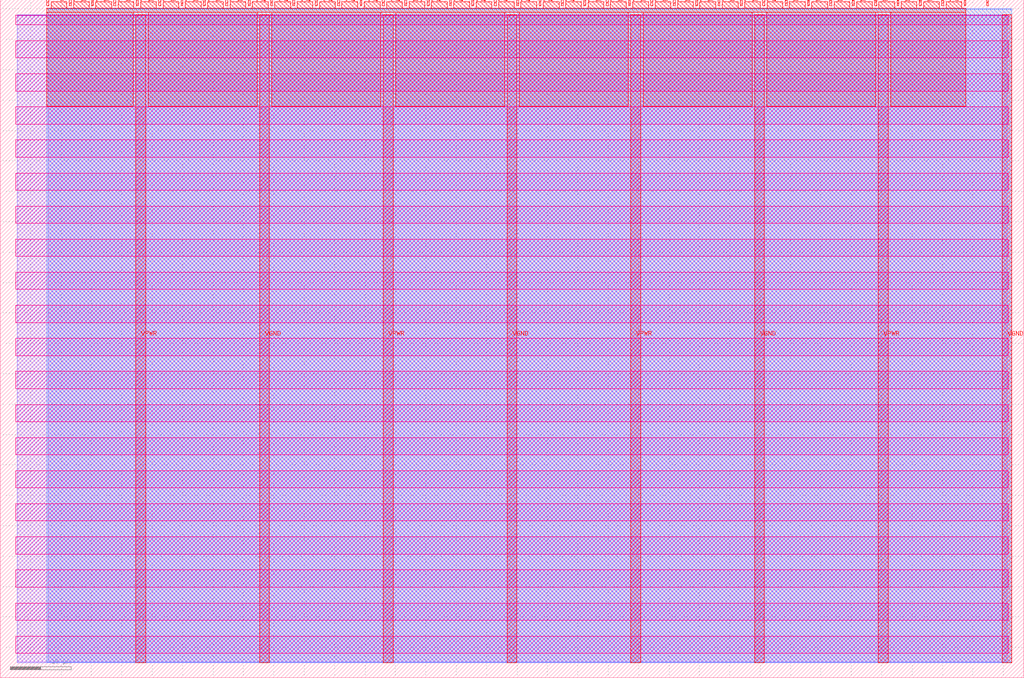
<source format=lef>
VERSION 5.7 ;
  NOWIREEXTENSIONATPIN ON ;
  DIVIDERCHAR "/" ;
  BUSBITCHARS "[]" ;
MACRO tt_um_seven_segment_seconds
  CLASS BLOCK ;
  FOREIGN tt_um_seven_segment_seconds ;
  ORIGIN 0.000 0.000 ;
  SIZE 168.360 BY 111.520 ;
  PIN VGND
    DIRECTION INOUT ;
    USE GROUND ;
    PORT
      LAYER met4 ;
        RECT 42.670 2.480 44.270 109.040 ;
    END
    PORT
      LAYER met4 ;
        RECT 83.380 2.480 84.980 109.040 ;
    END
    PORT
      LAYER met4 ;
        RECT 124.090 2.480 125.690 109.040 ;
    END
    PORT
      LAYER met4 ;
        RECT 164.800 2.480 166.400 109.040 ;
    END
  END VGND
  PIN VPWR
    DIRECTION INOUT ;
    USE POWER ;
    PORT
      LAYER met4 ;
        RECT 22.315 2.480 23.915 109.040 ;
    END
    PORT
      LAYER met4 ;
        RECT 63.025 2.480 64.625 109.040 ;
    END
    PORT
      LAYER met4 ;
        RECT 103.735 2.480 105.335 109.040 ;
    END
    PORT
      LAYER met4 ;
        RECT 144.445 2.480 146.045 109.040 ;
    END
  END VPWR
  PIN clk
    DIRECTION INPUT ;
    USE SIGNAL ;
    ANTENNAGATEAREA 0.852000 ;
    PORT
      LAYER met4 ;
        RECT 158.550 110.520 158.850 111.520 ;
    END
  END clk
  PIN ena
    DIRECTION INPUT ;
    USE SIGNAL ;
    PORT
      LAYER met4 ;
        RECT 162.230 110.520 162.530 111.520 ;
    END
  END ena
  PIN rst_n
    DIRECTION INPUT ;
    USE SIGNAL ;
    ANTENNAGATEAREA 0.213000 ;
    PORT
      LAYER met4 ;
        RECT 154.870 110.520 155.170 111.520 ;
    END
  END rst_n
  PIN ui_in[0]
    DIRECTION INPUT ;
    USE SIGNAL ;
    ANTENNAGATEAREA 0.196500 ;
    PORT
      LAYER met4 ;
        RECT 151.190 110.520 151.490 111.520 ;
    END
  END ui_in[0]
  PIN ui_in[1]
    DIRECTION INPUT ;
    USE SIGNAL ;
    ANTENNAGATEAREA 0.196500 ;
    PORT
      LAYER met4 ;
        RECT 147.510 110.520 147.810 111.520 ;
    END
  END ui_in[1]
  PIN ui_in[2]
    DIRECTION INPUT ;
    USE SIGNAL ;
    ANTENNAGATEAREA 0.196500 ;
    PORT
      LAYER met4 ;
        RECT 143.830 110.520 144.130 111.520 ;
    END
  END ui_in[2]
  PIN ui_in[3]
    DIRECTION INPUT ;
    USE SIGNAL ;
    ANTENNAGATEAREA 0.196500 ;
    PORT
      LAYER met4 ;
        RECT 140.150 110.520 140.450 111.520 ;
    END
  END ui_in[3]
  PIN ui_in[4]
    DIRECTION INPUT ;
    USE SIGNAL ;
    ANTENNAGATEAREA 0.196500 ;
    PORT
      LAYER met4 ;
        RECT 136.470 110.520 136.770 111.520 ;
    END
  END ui_in[4]
  PIN ui_in[5]
    DIRECTION INPUT ;
    USE SIGNAL ;
    ANTENNAGATEAREA 0.196500 ;
    PORT
      LAYER met4 ;
        RECT 132.790 110.520 133.090 111.520 ;
    END
  END ui_in[5]
  PIN ui_in[6]
    DIRECTION INPUT ;
    USE SIGNAL ;
    ANTENNAGATEAREA 0.196500 ;
    PORT
      LAYER met4 ;
        RECT 129.110 110.520 129.410 111.520 ;
    END
  END ui_in[6]
  PIN ui_in[7]
    DIRECTION INPUT ;
    USE SIGNAL ;
    ANTENNAGATEAREA 0.196500 ;
    PORT
      LAYER met4 ;
        RECT 125.430 110.520 125.730 111.520 ;
    END
  END ui_in[7]
  PIN uio_in[0]
    DIRECTION INPUT ;
    USE SIGNAL ;
    PORT
      LAYER met4 ;
        RECT 121.750 110.520 122.050 111.520 ;
    END
  END uio_in[0]
  PIN uio_in[1]
    DIRECTION INPUT ;
    USE SIGNAL ;
    PORT
      LAYER met4 ;
        RECT 118.070 110.520 118.370 111.520 ;
    END
  END uio_in[1]
  PIN uio_in[2]
    DIRECTION INPUT ;
    USE SIGNAL ;
    PORT
      LAYER met4 ;
        RECT 114.390 110.520 114.690 111.520 ;
    END
  END uio_in[2]
  PIN uio_in[3]
    DIRECTION INPUT ;
    USE SIGNAL ;
    PORT
      LAYER met4 ;
        RECT 110.710 110.520 111.010 111.520 ;
    END
  END uio_in[3]
  PIN uio_in[4]
    DIRECTION INPUT ;
    USE SIGNAL ;
    PORT
      LAYER met4 ;
        RECT 107.030 110.520 107.330 111.520 ;
    END
  END uio_in[4]
  PIN uio_in[5]
    DIRECTION INPUT ;
    USE SIGNAL ;
    PORT
      LAYER met4 ;
        RECT 103.350 110.520 103.650 111.520 ;
    END
  END uio_in[5]
  PIN uio_in[6]
    DIRECTION INPUT ;
    USE SIGNAL ;
    PORT
      LAYER met4 ;
        RECT 99.670 110.520 99.970 111.520 ;
    END
  END uio_in[6]
  PIN uio_in[7]
    DIRECTION INPUT ;
    USE SIGNAL ;
    PORT
      LAYER met4 ;
        RECT 95.990 110.520 96.290 111.520 ;
    END
  END uio_in[7]
  PIN uio_oe[0]
    DIRECTION OUTPUT TRISTATE ;
    USE SIGNAL ;
    PORT
      LAYER met4 ;
        RECT 33.430 110.520 33.730 111.520 ;
    END
  END uio_oe[0]
  PIN uio_oe[1]
    DIRECTION OUTPUT TRISTATE ;
    USE SIGNAL ;
    PORT
      LAYER met4 ;
        RECT 29.750 110.520 30.050 111.520 ;
    END
  END uio_oe[1]
  PIN uio_oe[2]
    DIRECTION OUTPUT TRISTATE ;
    USE SIGNAL ;
    PORT
      LAYER met4 ;
        RECT 26.070 110.520 26.370 111.520 ;
    END
  END uio_oe[2]
  PIN uio_oe[3]
    DIRECTION OUTPUT TRISTATE ;
    USE SIGNAL ;
    PORT
      LAYER met4 ;
        RECT 22.390 110.520 22.690 111.520 ;
    END
  END uio_oe[3]
  PIN uio_oe[4]
    DIRECTION OUTPUT TRISTATE ;
    USE SIGNAL ;
    PORT
      LAYER met4 ;
        RECT 18.710 110.520 19.010 111.520 ;
    END
  END uio_oe[4]
  PIN uio_oe[5]
    DIRECTION OUTPUT TRISTATE ;
    USE SIGNAL ;
    PORT
      LAYER met4 ;
        RECT 15.030 110.520 15.330 111.520 ;
    END
  END uio_oe[5]
  PIN uio_oe[6]
    DIRECTION OUTPUT TRISTATE ;
    USE SIGNAL ;
    PORT
      LAYER met4 ;
        RECT 11.350 110.520 11.650 111.520 ;
    END
  END uio_oe[6]
  PIN uio_oe[7]
    DIRECTION OUTPUT TRISTATE ;
    USE SIGNAL ;
    PORT
      LAYER met4 ;
        RECT 7.670 110.520 7.970 111.520 ;
    END
  END uio_oe[7]
  PIN uio_out[0]
    DIRECTION OUTPUT TRISTATE ;
    USE SIGNAL ;
    ANTENNADIFFAREA 0.445500 ;
    PORT
      LAYER met4 ;
        RECT 62.870 110.520 63.170 111.520 ;
    END
  END uio_out[0]
  PIN uio_out[1]
    DIRECTION OUTPUT TRISTATE ;
    USE SIGNAL ;
    ANTENNADIFFAREA 0.445500 ;
    PORT
      LAYER met4 ;
        RECT 59.190 110.520 59.490 111.520 ;
    END
  END uio_out[1]
  PIN uio_out[2]
    DIRECTION OUTPUT TRISTATE ;
    USE SIGNAL ;
    ANTENNADIFFAREA 0.445500 ;
    PORT
      LAYER met4 ;
        RECT 55.510 110.520 55.810 111.520 ;
    END
  END uio_out[2]
  PIN uio_out[3]
    DIRECTION OUTPUT TRISTATE ;
    USE SIGNAL ;
    ANTENNADIFFAREA 0.795200 ;
    PORT
      LAYER met4 ;
        RECT 51.830 110.520 52.130 111.520 ;
    END
  END uio_out[3]
  PIN uio_out[4]
    DIRECTION OUTPUT TRISTATE ;
    USE SIGNAL ;
    ANTENNADIFFAREA 0.445500 ;
    PORT
      LAYER met4 ;
        RECT 48.150 110.520 48.450 111.520 ;
    END
  END uio_out[4]
  PIN uio_out[5]
    DIRECTION OUTPUT TRISTATE ;
    USE SIGNAL ;
    ANTENNADIFFAREA 0.795200 ;
    PORT
      LAYER met4 ;
        RECT 44.470 110.520 44.770 111.520 ;
    END
  END uio_out[5]
  PIN uio_out[6]
    DIRECTION OUTPUT TRISTATE ;
    USE SIGNAL ;
    ANTENNADIFFAREA 0.445500 ;
    PORT
      LAYER met4 ;
        RECT 40.790 110.520 41.090 111.520 ;
    END
  END uio_out[6]
  PIN uio_out[7]
    DIRECTION OUTPUT TRISTATE ;
    USE SIGNAL ;
    ANTENNADIFFAREA 0.795200 ;
    PORT
      LAYER met4 ;
        RECT 37.110 110.520 37.410 111.520 ;
    END
  END uio_out[7]
  PIN uo_out[0]
    DIRECTION OUTPUT TRISTATE ;
    USE SIGNAL ;
    ANTENNADIFFAREA 0.445500 ;
    PORT
      LAYER met4 ;
        RECT 92.310 110.520 92.610 111.520 ;
    END
  END uo_out[0]
  PIN uo_out[1]
    DIRECTION OUTPUT TRISTATE ;
    USE SIGNAL ;
    ANTENNADIFFAREA 0.445500 ;
    PORT
      LAYER met4 ;
        RECT 88.630 110.520 88.930 111.520 ;
    END
  END uo_out[1]
  PIN uo_out[2]
    DIRECTION OUTPUT TRISTATE ;
    USE SIGNAL ;
    ANTENNADIFFAREA 0.445500 ;
    PORT
      LAYER met4 ;
        RECT 84.950 110.520 85.250 111.520 ;
    END
  END uo_out[2]
  PIN uo_out[3]
    DIRECTION OUTPUT TRISTATE ;
    USE SIGNAL ;
    ANTENNADIFFAREA 0.445500 ;
    PORT
      LAYER met4 ;
        RECT 81.270 110.520 81.570 111.520 ;
    END
  END uo_out[3]
  PIN uo_out[4]
    DIRECTION OUTPUT TRISTATE ;
    USE SIGNAL ;
    ANTENNADIFFAREA 0.445500 ;
    PORT
      LAYER met4 ;
        RECT 77.590 110.520 77.890 111.520 ;
    END
  END uo_out[4]
  PIN uo_out[5]
    DIRECTION OUTPUT TRISTATE ;
    USE SIGNAL ;
    ANTENNADIFFAREA 0.445500 ;
    PORT
      LAYER met4 ;
        RECT 73.910 110.520 74.210 111.520 ;
    END
  END uo_out[5]
  PIN uo_out[6]
    DIRECTION OUTPUT TRISTATE ;
    USE SIGNAL ;
    ANTENNADIFFAREA 0.445500 ;
    PORT
      LAYER met4 ;
        RECT 70.230 110.520 70.530 111.520 ;
    END
  END uo_out[6]
  PIN uo_out[7]
    DIRECTION OUTPUT TRISTATE ;
    USE SIGNAL ;
    PORT
      LAYER met4 ;
        RECT 66.550 110.520 66.850 111.520 ;
    END
  END uo_out[7]
  OBS
      LAYER nwell ;
        RECT 2.570 107.385 165.790 108.990 ;
        RECT 2.570 101.945 165.790 104.775 ;
        RECT 2.570 96.505 165.790 99.335 ;
        RECT 2.570 91.065 165.790 93.895 ;
        RECT 2.570 85.625 165.790 88.455 ;
        RECT 2.570 80.185 165.790 83.015 ;
        RECT 2.570 74.745 165.790 77.575 ;
        RECT 2.570 69.305 165.790 72.135 ;
        RECT 2.570 63.865 165.790 66.695 ;
        RECT 2.570 58.425 165.790 61.255 ;
        RECT 2.570 52.985 165.790 55.815 ;
        RECT 2.570 47.545 165.790 50.375 ;
        RECT 2.570 42.105 165.790 44.935 ;
        RECT 2.570 36.665 165.790 39.495 ;
        RECT 2.570 31.225 165.790 34.055 ;
        RECT 2.570 25.785 165.790 28.615 ;
        RECT 2.570 20.345 165.790 23.175 ;
        RECT 2.570 14.905 165.790 17.735 ;
        RECT 2.570 9.465 165.790 12.295 ;
        RECT 2.570 4.025 165.790 6.855 ;
      LAYER li1 ;
        RECT 2.760 2.635 165.600 108.885 ;
      LAYER met1 ;
        RECT 2.760 2.480 166.400 109.040 ;
      LAYER met2 ;
        RECT 7.910 2.535 166.370 110.005 ;
      LAYER met3 ;
        RECT 7.630 2.555 166.390 109.985 ;
      LAYER met4 ;
        RECT 8.370 110.120 10.950 111.170 ;
        RECT 12.050 110.120 14.630 111.170 ;
        RECT 15.730 110.120 18.310 111.170 ;
        RECT 19.410 110.120 21.990 111.170 ;
        RECT 23.090 110.120 25.670 111.170 ;
        RECT 26.770 110.120 29.350 111.170 ;
        RECT 30.450 110.120 33.030 111.170 ;
        RECT 34.130 110.120 36.710 111.170 ;
        RECT 37.810 110.120 40.390 111.170 ;
        RECT 41.490 110.120 44.070 111.170 ;
        RECT 45.170 110.120 47.750 111.170 ;
        RECT 48.850 110.120 51.430 111.170 ;
        RECT 52.530 110.120 55.110 111.170 ;
        RECT 56.210 110.120 58.790 111.170 ;
        RECT 59.890 110.120 62.470 111.170 ;
        RECT 63.570 110.120 66.150 111.170 ;
        RECT 67.250 110.120 69.830 111.170 ;
        RECT 70.930 110.120 73.510 111.170 ;
        RECT 74.610 110.120 77.190 111.170 ;
        RECT 78.290 110.120 80.870 111.170 ;
        RECT 81.970 110.120 84.550 111.170 ;
        RECT 85.650 110.120 88.230 111.170 ;
        RECT 89.330 110.120 91.910 111.170 ;
        RECT 93.010 110.120 95.590 111.170 ;
        RECT 96.690 110.120 99.270 111.170 ;
        RECT 100.370 110.120 102.950 111.170 ;
        RECT 104.050 110.120 106.630 111.170 ;
        RECT 107.730 110.120 110.310 111.170 ;
        RECT 111.410 110.120 113.990 111.170 ;
        RECT 115.090 110.120 117.670 111.170 ;
        RECT 118.770 110.120 121.350 111.170 ;
        RECT 122.450 110.120 125.030 111.170 ;
        RECT 126.130 110.120 128.710 111.170 ;
        RECT 129.810 110.120 132.390 111.170 ;
        RECT 133.490 110.120 136.070 111.170 ;
        RECT 137.170 110.120 139.750 111.170 ;
        RECT 140.850 110.120 143.430 111.170 ;
        RECT 144.530 110.120 147.110 111.170 ;
        RECT 148.210 110.120 150.790 111.170 ;
        RECT 151.890 110.120 154.470 111.170 ;
        RECT 155.570 110.120 158.150 111.170 ;
        RECT 7.655 109.440 158.850 110.120 ;
        RECT 7.655 94.015 21.915 109.440 ;
        RECT 24.315 94.015 42.270 109.440 ;
        RECT 44.670 94.015 62.625 109.440 ;
        RECT 65.025 94.015 82.980 109.440 ;
        RECT 85.380 94.015 103.335 109.440 ;
        RECT 105.735 94.015 123.690 109.440 ;
        RECT 126.090 94.015 144.045 109.440 ;
        RECT 146.445 94.015 158.850 109.440 ;
  END
END tt_um_seven_segment_seconds
END LIBRARY


</source>
